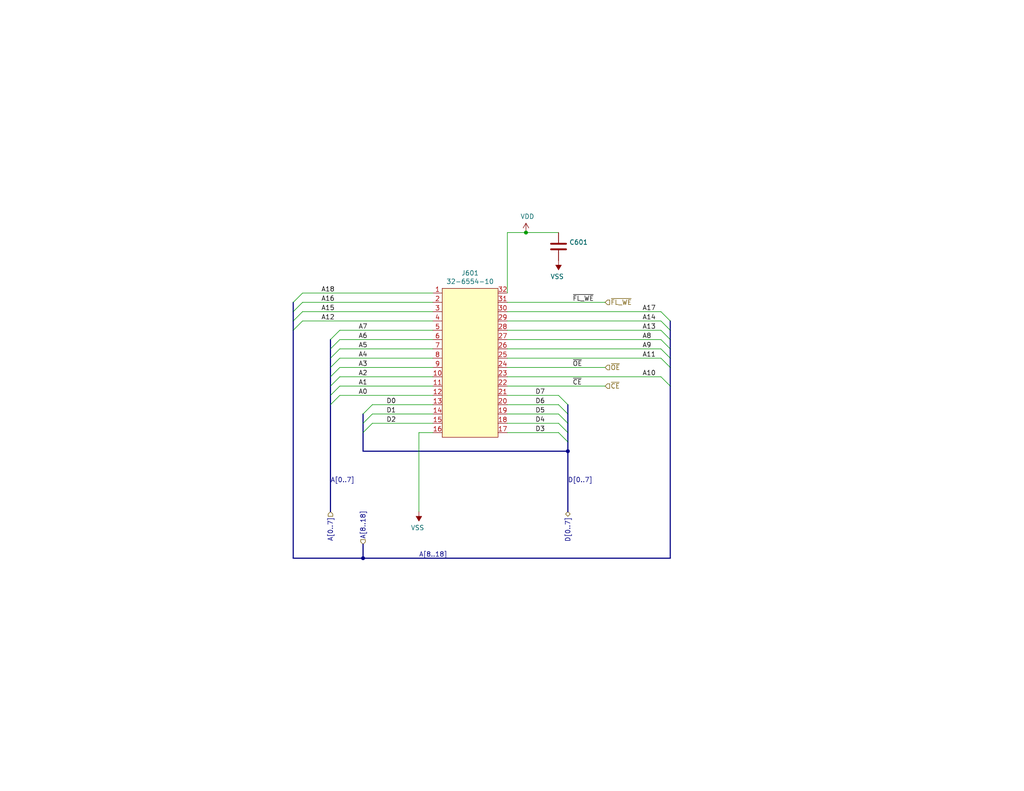
<source format=kicad_sch>
(kicad_sch (version 20211123) (generator eeschema)
  (paper "USLetter")
  (title_block (title "1005 Flash Programmer") (date "2021-12-12") (rev "1") (company "Dan Wilson") (comment 3 "Copyright © 2021 Dan Wilson") (comment 4 "SST39SF0x0A Flash Programmer"))
  (lib_symbols
    (symbol "DW_Library:32-6554-10" (pin_names (offset 1.016) hide)
      (property "Reference" "J" (at 0 1.27 0))
      (property "Value" "DW_Library_32-6554-10" (at 0 -1.27 0))
      (symbol "32-6554-10_0_1"
        (rectangle (start -7.62 19.05) (end 7.62 -21.59) (fill (type background)))
      )
      (symbol "32-6554-10_1_1"
        (pin passive line (at -10.16 17.78 0) (length 2.54) (name "1") (number "1"))
        (pin passive line (at -10.16 -5.08 0) (length 2.54) (name "10") (number "10"))
        (pin passive line (at -10.16 -7.62 0) (length 2.54) (name "11") (number "11"))
        (pin passive line (at -10.16 -10.16 0) (length 2.54) (name "12") (number "12"))
        (pin passive line (at -10.16 -12.7 0) (length 2.54) (name "13") (number "13"))
        (pin passive line (at -10.16 -15.24 0) (length 2.54) (name "14") (number "14"))
        (pin passive line (at -10.16 -17.78 0) (length 2.54) (name "15") (number "15"))
        (pin passive line (at -10.16 -20.32 0) (length 2.54) (name "16") (number "16"))
        (pin passive line (at 10.16 -20.32 180) (length 2.54) (name "17") (number "17"))
        (pin passive line (at 10.16 -17.78 180) (length 2.54) (name "18") (number "18"))
        (pin passive line (at 10.16 -15.24 180) (length 2.54) (name "19") (number "19"))
        (pin passive line (at -10.16 15.24 0) (length 2.54) (name "2") (number "2"))
        (pin passive line (at 10.16 -12.7 180) (length 2.54) (name "20") (number "20"))
        (pin passive line (at 10.16 -10.16 180) (length 2.54) (name "21") (number "21"))
        (pin passive line (at 10.16 -7.62 180) (length 2.54) (name "22") (number "22"))
        (pin passive line (at 10.16 -5.08 180) (length 2.54) (name "23") (number "23"))
        (pin passive line (at 10.16 -2.54 180) (length 2.54) (name "24") (number "24"))
        (pin passive line (at 10.16 0 180) (length 2.54) (name "25") (number "25"))
        (pin passive line (at 10.16 2.54 180) (length 2.54) (name "26") (number "26"))
        (pin passive line (at 10.16 5.08 180) (length 2.54) (name "27") (number "27"))
        (pin passive line (at 10.16 7.62 180) (length 2.54) (name "28") (number "28"))
        (pin passive line (at 10.16 10.16 180) (length 2.54) (name "29") (number "29"))
        (pin passive line (at -10.16 12.7 0) (length 2.54) (name "3") (number "3"))
        (pin passive line (at 10.16 12.7 180) (length 2.54) (name "30") (number "30"))
        (pin passive line (at 10.16 15.24 180) (length 2.54) (name "31") (number "31"))
        (pin passive line (at 10.16 17.78 180) (length 2.54) (name "32") (number "32"))
        (pin passive line (at -10.16 10.16 0) (length 2.54) (name "4") (number "4"))
        (pin passive line (at -10.16 7.62 0) (length 2.54) (name "5") (number "5"))
        (pin passive line (at -10.16 5.08 0) (length 2.54) (name "6") (number "6"))
        (pin passive line (at -10.16 2.54 0) (length 2.54) (name "7") (number "7"))
        (pin passive line (at -10.16 0 0) (length 2.54) (name "8") (number "8"))
        (pin passive line (at -10.16 -2.54 0) (length 2.54) (name "9") (number "9"))
      )
    )
    (symbol "Device:C" (pin_numbers hide) (pin_names (offset 0.254))
      (property "Reference" "C" (at 0.635 2.54 0))
      (property "Value" "C" (at 0.635 -2.54 0))
      (symbol "C_0_1"
        (polyline (pts (xy -2.032 -0.762) (xy 2.032 -0.762)) (stroke (width 0.508)))
        (polyline (pts (xy -2.032 0.762) (xy 2.032 0.762)) (stroke (width 0.508)))
      )
      (symbol "C_1_1"
        (pin passive line (at 0 3.81 270) (length 2.794) (name "~") (number "1"))
        (pin passive line (at 0 -3.81 90) (length 2.794) (name "~") (number "2"))
      )
    )
    (symbol "power:VDD" (power) (pin_names (offset 0))
      (property "Value" "VDD" (at 0 3.81 0))
      (symbol "VDD_0_1"
        (polyline (pts (xy -0.762 1.27) (xy 0 2.54)))
        (polyline (pts (xy 0 0) (xy 0 2.54)))
        (polyline (pts (xy 0 2.54) (xy 0.762 1.27)))
      )
      (symbol "VDD_1_1"
        (pin power_in line (at 0 0 90) (length 0) hide (name "VDD") (number "1"))
      )
    )
    (symbol "power:VSS" (power) (pin_names (offset 0))
      (property "Value" "VSS" (at 0 3.81 0))
      (symbol "VSS_0_1"
        (polyline (pts (xy 0 0) (xy 0 2.54)))
        (polyline (pts (xy 0.762 1.27) (xy -0.762 1.27) (xy 0 2.54) (xy 0.762 1.27)) (fill (type outline)))
      )
      (symbol "VSS_1_1"
        (pin power_in line (at 0 0 90) (length 0) hide (name "VSS") (number "1"))
      )
    )
  )
  (junction (at 154.94 123.19))
  (junction (at 143.51 63.5))
  (junction (at 99.06 152.4))
  (bus_entry (at 180.34 92.71) (size 2.54 2.54))
  (bus_entry (at 180.34 102.87) (size 2.54 2.54))
  (bus_entry (at 180.34 87.63) (size 2.54 2.54))
  (bus_entry (at 92.71 107.95) (size -2.54 2.54))
  (bus_entry (at 92.71 102.87) (size -2.54 2.54))
  (bus_entry (at 92.71 92.71) (size -2.54 2.54))
  (bus_entry (at 82.55 80.01) (size -2.54 2.54))
  (bus_entry (at 180.34 90.17) (size 2.54 2.54))
  (bus_entry (at 152.4 107.95) (size 2.54 2.54))
  (bus_entry (at 180.34 95.25) (size 2.54 2.54))
  (bus_entry (at 152.4 110.49) (size 2.54 2.54))
  (bus_entry (at 101.6 110.49) (size -2.54 2.54))
  (bus_entry (at 92.71 95.25) (size -2.54 2.54))
  (bus_entry (at 101.6 113.03) (size -2.54 2.54))
  (bus_entry (at 82.55 85.09) (size -2.54 2.54))
  (bus_entry (at 82.55 82.55) (size -2.54 2.54))
  (bus_entry (at 92.71 100.33) (size -2.54 2.54))
  (bus_entry (at 152.4 115.57) (size 2.54 2.54))
  (bus_entry (at 180.34 85.09) (size 2.54 2.54))
  (bus_entry (at 152.4 118.11) (size 2.54 2.54))
  (bus_entry (at 92.71 90.17) (size -2.54 2.54))
  (bus_entry (at 92.71 97.79) (size -2.54 2.54))
  (bus_entry (at 82.55 87.63) (size -2.54 2.54))
  (bus_entry (at 180.34 97.79) (size 2.54 2.54))
  (bus_entry (at 101.6 115.57) (size -2.54 2.54))
  (bus_entry (at 92.71 105.41) (size -2.54 2.54))
  (bus_entry (at 152.4 113.03) (size 2.54 2.54))
  (bus (pts (xy 80.01 85.09) (xy 80.01 87.63)))
  (wire (pts (xy 143.51 63.5) (xy 138.43 63.5)))
  (bus (pts (xy 154.94 118.11) (xy 154.94 120.65)))
  (bus (pts (xy 182.88 92.71) (xy 182.88 95.25)))
  (bus (pts (xy 80.01 87.63) (xy 80.01 90.17)))
  (bus (pts (xy 99.06 152.4) (xy 99.06 148.59)))
  (wire (pts (xy 82.55 87.63) (xy 118.11 87.63)))
  (bus (pts (xy 182.88 105.41) (xy 182.88 152.4)))
  (wire (pts (xy 138.43 115.57) (xy 152.4 115.57)))
  (bus (pts (xy 90.17 92.71) (xy 90.17 95.25)))
  (wire (pts (xy 138.43 87.63) (xy 180.34 87.63)))
  (bus (pts (xy 182.88 152.4) (xy 99.06 152.4)))
  (bus (pts (xy 99.06 123.19) (xy 154.94 123.19)))
  (bus (pts (xy 99.06 115.57) (xy 99.06 118.11)))
  (wire (pts (xy 138.43 82.55) (xy 165.1 82.55)))
  (wire (pts (xy 138.43 100.33) (xy 165.1 100.33)))
  (bus (pts (xy 154.94 110.49) (xy 154.94 113.03)))
  (wire (pts (xy 92.71 97.79) (xy 118.11 97.79)))
  (wire (pts (xy 138.43 90.17) (xy 180.34 90.17)))
  (wire (pts (xy 138.43 105.41) (xy 165.1 105.41)))
  (bus (pts (xy 154.94 115.57) (xy 154.94 118.11)))
  (wire (pts (xy 138.43 118.11) (xy 152.4 118.11)))
  (wire (pts (xy 118.11 118.11) (xy 114.3 118.11)))
  (wire (pts (xy 118.11 113.03) (xy 101.6 113.03)))
  (bus (pts (xy 99.06 152.4) (xy 80.01 152.4)))
  (bus (pts (xy 154.94 120.65) (xy 154.94 123.19)))
  (bus (pts (xy 90.17 102.87) (xy 90.17 105.41)))
  (wire (pts (xy 92.71 107.95) (xy 118.11 107.95)))
  (wire (pts (xy 82.55 85.09) (xy 118.11 85.09)))
  (bus (pts (xy 90.17 110.49) (xy 90.17 139.7)))
  (bus (pts (xy 182.88 95.25) (xy 182.88 97.79)))
  (wire (pts (xy 138.43 95.25) (xy 180.34 95.25)))
  (wire (pts (xy 118.11 90.17) (xy 92.71 90.17)))
  (wire (pts (xy 138.43 107.95) (xy 152.4 107.95)))
  (wire (pts (xy 101.6 115.57) (xy 118.11 115.57)))
  (bus (pts (xy 154.94 123.19) (xy 154.94 139.7)))
  (bus (pts (xy 80.01 90.17) (xy 80.01 152.4)))
  (bus (pts (xy 80.01 82.55) (xy 80.01 85.09)))
  (wire (pts (xy 92.71 92.71) (xy 118.11 92.71)))
  (wire (pts (xy 92.71 100.33) (xy 118.11 100.33)))
  (bus (pts (xy 182.88 97.79) (xy 182.88 100.33)))
  (wire (pts (xy 118.11 80.01) (xy 82.55 80.01)))
  (bus (pts (xy 90.17 107.95) (xy 90.17 110.49)))
  (bus (pts (xy 90.17 100.33) (xy 90.17 102.87)))
  (bus (pts (xy 90.17 105.41) (xy 90.17 107.95)))
  (bus (pts (xy 182.88 100.33) (xy 182.88 105.41)))
  (wire (pts (xy 92.71 102.87) (xy 118.11 102.87)))
  (bus (pts (xy 182.88 90.17) (xy 182.88 92.71)))
  (bus (pts (xy 90.17 97.79) (xy 90.17 100.33)))
  (wire (pts (xy 118.11 110.49) (xy 101.6 110.49)))
  (wire (pts (xy 138.43 97.79) (xy 180.34 97.79)))
  (wire (pts (xy 138.43 85.09) (xy 180.34 85.09)))
  (bus (pts (xy 182.88 87.63) (xy 182.88 90.17)))
  (wire (pts (xy 114.3 118.11) (xy 114.3 139.7)))
  (wire (pts (xy 92.71 95.25) (xy 118.11 95.25)))
  (wire (pts (xy 152.4 63.5) (xy 143.51 63.5)))
  (wire (pts (xy 82.55 82.55) (xy 118.11 82.55)))
  (wire (pts (xy 138.43 63.5) (xy 138.43 80.01)))
  (bus (pts (xy 154.94 113.03) (xy 154.94 115.57)))
  (bus (pts (xy 99.06 113.03) (xy 99.06 115.57)))
  (wire (pts (xy 138.43 113.03) (xy 152.4 113.03)))
  (wire (pts (xy 138.43 92.71) (xy 180.34 92.71)))
  (wire (pts (xy 138.43 110.49) (xy 152.4 110.49)))
  (bus (pts (xy 99.06 118.11) (xy 99.06 123.19)))
  (wire (pts (xy 92.71 105.41) (xy 118.11 105.41)))
  (bus (pts (xy 90.17 95.25) (xy 90.17 97.79)))
  (wire (pts (xy 138.43 102.87) (xy 180.34 102.87)))
  (label "A7" (at 97.79 90.17 0))
  (label "A14" (at 175.26 87.63 0))
  (label "A13" (at 175.26 90.17 0))
  (label "A16" (at 87.63 82.55 0))
  (label "A3" (at 97.79 100.33 0))
  (label "A12" (at 87.63 87.63 0))
  (label "A[0..7]" (at 90.17 132.08 0))
  (label "A17" (at 175.26 85.09 0))
  (label "A4" (at 97.79 97.79 0))
  (label "~{OE}" (at 156.21 100.33 0))
  (label "~{CE}" (at 156.21 105.41 0))
  (label "~{FL_WE}" (at 156.21 82.55 0))
  (label "A1" (at 97.79 105.41 0))
  (label "D0" (at 105.41 110.49 0))
  (label "A8" (at 175.26 92.71 0))
  (label "D3" (at 146.05 118.11 0))
  (label "A2" (at 97.79 102.87 0))
  (label "D7" (at 146.05 107.95 0))
  (label "A0" (at 97.79 107.95 0))
  (label "A10" (at 175.26 102.87 0))
  (label "D1" (at 105.41 113.03 0))
  (label "D5" (at 146.05 113.03 0))
  (label "A11" (at 175.26 97.79 0))
  (label "D6" (at 146.05 110.49 0))
  (label "D[0..7]" (at 154.94 132.08 0))
  (label "A18" (at 87.63 80.01 0))
  (label "A9" (at 175.26 95.25 0))
  (label "A6" (at 97.79 92.71 0))
  (label "A[8..18]" (at 114.3 152.4 0))
  (label "D2" (at 105.41 115.57 0))
  (label "D4" (at 146.05 115.57 0))
  (label "A5" (at 97.79 95.25 0))
  (label "A15" (at 87.63 85.09 0))
  (hierarchical_label "~{CE}" (shape input) (at 165.1 105.41 0))
  (hierarchical_label "~{FL_WE}" (shape input) (at 165.1 82.55 0))
  (hierarchical_label "D[0..7]" (shape bidirectional) (at 154.94 139.7 270))
  (hierarchical_label "A[0..7]" (shape input) (at 90.17 139.7 270))
  (hierarchical_label "A[8..18]" (shape input) (at 99.06 148.59 90))
  (hierarchical_label "~{OE}" (shape input) (at 165.1 100.33 0))
  (symbol (lib_id "DW_Library:32-6554-10") (at 128.27 97.79 0) (unit 1)
    (property "Reference" "J601" (at 128.27 74.549 0))
    (property "Value" "32-6554-10" (at 128.27 76.8604 0))
    (property "Footprint" "DW_Footprint:32-6554-10" (effects hide))
    (property "Datasheet" "https://www.arieselec.com/wp-content/uploads/2020/02/10001-universal-dip-zif-test-socket.pdf" (effects hide))
    (property "DK_Datasheet_Link" "https://www.arieselec.com/wp-content/uploads/2020/02/10001-universal-dip-zif-test-socket.pdf" (effects hide))
    (property "Description" "CONN IC DIP SOCKET ZIF 32POS TIN" (effects hide))
    (property "Digi-Key_PN" "A304-ND" (effects hide))
    (property "Family" "Sockets for ICs, Transistors" (effects hide))
    (property "MPN" "32-6554-10" (effects hide))
    (property "Manufacturer" "Aries Electronics" (effects hide))
  )
  (symbol (lib_id "power:VDD") (at 143.51 63.5 0) (unit 1)
    (property "Reference" "#PWR0601" (effects hide))
  )
  (symbol (lib_id "Device:C") (at 152.4 67.31 0) (unit 1)
    (property "Reference" "C601" (at 155.321 66.1416 0) (effects (justify left)))
    (property "Description" "CAP CER 0.1UF 50V X7R RADIAL" (effects hide))
    (property "Digi-Key_PN" "445-173588-1-ND" (effects hide))
    (property "Family" "Ceramic Capacitors" (effects hide))
    (property "MPN" "FG28X7R1H104KNT06" (effects hide))
    (property "Manufacturer" "TDK Corporation" (effects hide))
  )
  (symbol (lib_id "power:VSS") (at 114.3 139.7 180) (unit 1)
    (property "Reference" "#PWR0603" (effects hide))
  )
  (symbol (lib_id "power:VSS") (at 152.4 71.12 180) (unit 1)
    (property "Reference" "#PWR0602" (effects hide))
  )
)
</source>
